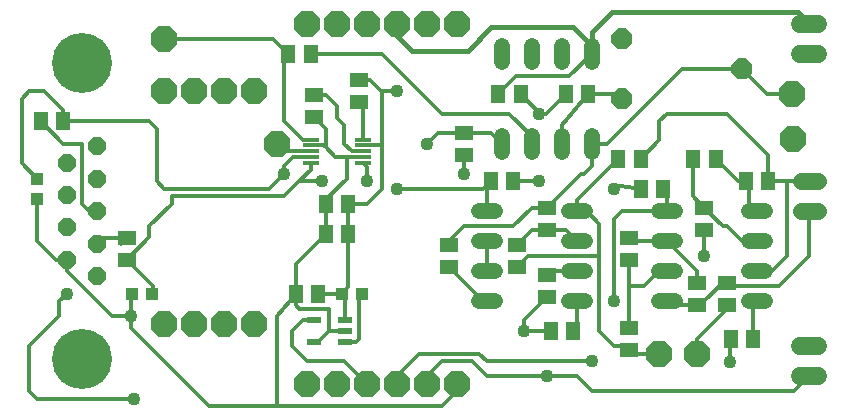
<source format=gbl>
G75*
%MOIN*%
%OFA0B0*%
%FSLAX25Y25*%
%IPPOS*%
%LPD*%
%AMOC8*
5,1,8,0,0,1.08239X$1,22.5*
%
%ADD10R,0.04724X0.02165*%
%ADD11R,0.05118X0.05906*%
%ADD12R,0.05906X0.05118*%
%ADD13R,0.05600X0.01200*%
%ADD14C,0.06000*%
%ADD15C,0.05600*%
%ADD16C,0.05200*%
%ADD17OC8,0.07000*%
%ADD18R,0.03937X0.04331*%
%ADD19OC8,0.08500*%
%ADD20OC8,0.06000*%
%ADD21C,0.20000*%
%ADD22R,0.04331X0.03937*%
%ADD23C,0.04362*%
%ADD24C,0.01200*%
%ADD25C,0.01600*%
D10*
X0149182Y0030554D03*
X0149182Y0038034D03*
X0159418Y0038034D03*
X0159418Y0034294D03*
X0159418Y0030554D03*
D11*
X0150540Y0046794D03*
X0143060Y0046794D03*
X0153060Y0066794D03*
X0160540Y0066794D03*
X0160540Y0076794D03*
X0153060Y0076794D03*
X0208060Y0084294D03*
X0215540Y0084294D03*
X0250560Y0091794D03*
X0258040Y0091794D03*
X0275560Y0091794D03*
X0283040Y0091794D03*
X0293060Y0084294D03*
X0300540Y0084294D03*
X0265540Y0081794D03*
X0258060Y0081794D03*
X0240540Y0113310D03*
X0233060Y0113310D03*
X0218040Y0113310D03*
X0210560Y0113310D03*
X0148040Y0126794D03*
X0140560Y0126794D03*
X0065540Y0104294D03*
X0058060Y0104294D03*
X0228060Y0034294D03*
X0235540Y0034294D03*
X0288060Y0031794D03*
X0295540Y0031794D03*
D12*
X0286800Y0043054D03*
X0276800Y0043054D03*
X0276800Y0050534D03*
X0286800Y0050534D03*
X0279300Y0068054D03*
X0279300Y0075534D03*
X0254300Y0065534D03*
X0254300Y0058054D03*
X0226800Y0053034D03*
X0216800Y0055554D03*
X0216800Y0063034D03*
X0226800Y0068054D03*
X0226800Y0075534D03*
X0199300Y0093054D03*
X0199300Y0100534D03*
X0164300Y0110554D03*
X0164300Y0118034D03*
X0149300Y0113034D03*
X0149300Y0105554D03*
X0086800Y0065534D03*
X0086800Y0058054D03*
X0194300Y0055554D03*
X0194300Y0063034D03*
X0226800Y0045554D03*
X0254300Y0035534D03*
X0254300Y0028054D03*
D13*
X0165600Y0090394D03*
X0165600Y0092294D03*
X0165600Y0094294D03*
X0165600Y0096294D03*
X0165600Y0098194D03*
X0148000Y0098194D03*
X0148000Y0096294D03*
X0148000Y0094294D03*
X0148000Y0092294D03*
X0148000Y0090394D03*
D14*
X0311300Y0126794D02*
X0317300Y0126794D01*
X0317300Y0136794D02*
X0311300Y0136794D01*
X0311300Y0029294D02*
X0317300Y0029294D01*
X0317300Y0019294D02*
X0311300Y0019294D01*
D15*
X0311500Y0074294D02*
X0317100Y0074294D01*
X0317100Y0084294D02*
X0311500Y0084294D01*
D16*
X0299400Y0074294D02*
X0294200Y0074294D01*
X0294200Y0064294D02*
X0299400Y0064294D01*
X0299400Y0054294D02*
X0294200Y0054294D01*
X0294200Y0044294D02*
X0299400Y0044294D01*
X0269400Y0044294D02*
X0264200Y0044294D01*
X0264200Y0054294D02*
X0269400Y0054294D01*
X0269400Y0064294D02*
X0264200Y0064294D01*
X0264200Y0074294D02*
X0269400Y0074294D01*
X0239400Y0074294D02*
X0234200Y0074294D01*
X0234200Y0064294D02*
X0239400Y0064294D01*
X0239400Y0054294D02*
X0234200Y0054294D01*
X0234200Y0044294D02*
X0239400Y0044294D01*
X0209400Y0044294D02*
X0204200Y0044294D01*
X0204200Y0054294D02*
X0209400Y0054294D01*
X0209400Y0064294D02*
X0204200Y0064294D01*
X0204200Y0074294D02*
X0209400Y0074294D01*
X0211800Y0094194D02*
X0211800Y0099394D01*
X0221800Y0099394D02*
X0221800Y0094194D01*
X0231800Y0094194D02*
X0231800Y0099394D01*
X0241800Y0099394D02*
X0241800Y0094194D01*
X0241800Y0124194D02*
X0241800Y0129394D01*
X0231800Y0129394D02*
X0231800Y0124194D01*
X0221800Y0124194D02*
X0221800Y0129394D01*
X0211800Y0129394D02*
X0211800Y0124194D01*
D17*
X0251800Y0131794D03*
X0251800Y0111794D03*
X0291800Y0121794D03*
D18*
X0165146Y0046794D03*
X0158454Y0046794D03*
X0095146Y0046794D03*
X0088454Y0046794D03*
D19*
X0099300Y0036794D03*
X0109300Y0036794D03*
X0119300Y0036794D03*
X0129300Y0036794D03*
X0146800Y0016794D03*
X0156800Y0016794D03*
X0166800Y0016794D03*
X0176800Y0016794D03*
X0186800Y0016794D03*
X0196800Y0016794D03*
X0264300Y0026794D03*
X0276800Y0026794D03*
X0308670Y0098329D03*
X0308316Y0113310D03*
X0196800Y0136794D03*
X0186800Y0136794D03*
X0176800Y0136794D03*
X0166800Y0136794D03*
X0156800Y0136794D03*
X0146800Y0136794D03*
X0129300Y0114294D03*
X0119300Y0114294D03*
X0109300Y0114294D03*
X0099300Y0114294D03*
X0099300Y0131794D03*
X0136800Y0096794D03*
D20*
X0076800Y0095894D03*
X0066800Y0090494D03*
X0076800Y0085094D03*
X0066800Y0079694D03*
X0076800Y0074294D03*
X0066800Y0068894D03*
X0076800Y0063494D03*
X0066800Y0058094D03*
X0076800Y0052694D03*
D21*
X0071800Y0024994D03*
X0071800Y0123594D03*
D22*
X0056800Y0085140D03*
X0056800Y0078447D03*
D23*
X0066800Y0046794D03*
X0088139Y0039274D03*
X0089300Y0011794D03*
X0176800Y0081794D03*
X0166800Y0084294D03*
X0151800Y0084294D03*
X0139300Y0086794D03*
X0186800Y0096794D03*
X0199300Y0086794D03*
X0224300Y0084294D03*
X0249300Y0081794D03*
X0279300Y0059294D03*
X0249300Y0044294D03*
X0219300Y0034294D03*
X0241800Y0024294D03*
X0226800Y0019294D03*
X0287942Y0023979D03*
X0224300Y0106794D03*
X0176800Y0114294D03*
D24*
X0054300Y0029294D02*
X0054300Y0014294D01*
X0056800Y0011794D01*
X0089300Y0011794D01*
X0088139Y0035455D02*
X0114300Y0009294D01*
X0136800Y0009294D01*
X0136800Y0039353D01*
X0143060Y0046794D01*
X0143060Y0056794D01*
X0153060Y0066794D01*
X0153060Y0076794D01*
X0154300Y0076794D01*
X0154300Y0079294D01*
X0159989Y0084983D01*
X0159989Y0092294D01*
X0165600Y0092294D01*
X0165600Y0090394D02*
X0166800Y0089194D01*
X0166800Y0084294D01*
X0171800Y0081794D02*
X0171800Y0096794D01*
X0171300Y0096294D01*
X0165600Y0096294D01*
X0165600Y0098194D02*
X0165600Y0109254D01*
X0164300Y0110554D01*
X0156800Y0109294D02*
X0153060Y0113034D01*
X0149300Y0113034D01*
X0156800Y0109294D02*
X0156800Y0105534D01*
X0159300Y0103034D01*
X0159300Y0096794D01*
X0161800Y0094294D01*
X0165600Y0094294D01*
X0159989Y0092294D02*
X0156300Y0092294D01*
X0153050Y0095544D01*
X0153050Y0101804D01*
X0149300Y0105554D01*
X0145400Y0098194D02*
X0139300Y0104294D01*
X0139300Y0125534D01*
X0140560Y0126794D01*
X0135560Y0131794D01*
X0099300Y0131794D01*
X0065540Y0108054D02*
X0059300Y0114294D01*
X0054300Y0114294D01*
X0051800Y0111794D01*
X0051800Y0090534D01*
X0056800Y0085140D01*
X0056800Y0078447D02*
X0056800Y0064294D01*
X0063000Y0058094D01*
X0066800Y0058094D01*
X0066800Y0054294D01*
X0081800Y0039294D01*
X0088139Y0039294D01*
X0088139Y0039274D01*
X0088139Y0046715D01*
X0088454Y0046794D01*
X0095146Y0046794D02*
X0095540Y0049313D01*
X0086800Y0058054D01*
X0094300Y0065554D01*
X0094300Y0069294D01*
X0101800Y0076794D01*
X0101800Y0079294D01*
X0139300Y0079294D01*
X0144300Y0084294D01*
X0148000Y0087994D01*
X0148000Y0090394D01*
X0148000Y0092294D02*
X0142094Y0092294D01*
X0139300Y0089499D01*
X0139300Y0086794D01*
X0134300Y0081794D01*
X0099300Y0081794D01*
X0096800Y0084294D01*
X0096800Y0101794D01*
X0094300Y0104294D01*
X0065540Y0104294D01*
X0065540Y0108054D01*
X0058060Y0104294D02*
X0065560Y0096794D01*
X0071800Y0096794D01*
X0071800Y0076794D01*
X0074300Y0074294D01*
X0076800Y0074294D01*
X0078840Y0065534D02*
X0086800Y0065534D01*
X0084760Y0063494D01*
X0078840Y0065534D02*
X0076800Y0063494D01*
X0066800Y0046794D02*
X0064300Y0044294D01*
X0064300Y0039294D01*
X0054300Y0029294D01*
X0088139Y0035455D02*
X0088139Y0039274D01*
X0141800Y0034294D02*
X0141800Y0029294D01*
X0146800Y0024294D01*
X0159300Y0024294D01*
X0166800Y0016794D01*
X0176800Y0016794D02*
X0176800Y0019294D01*
X0184300Y0026794D01*
X0204300Y0026794D01*
X0206800Y0024294D01*
X0241800Y0024294D01*
X0236800Y0019294D02*
X0231800Y0019294D01*
X0226800Y0019294D01*
X0206800Y0019294D01*
X0201800Y0024294D01*
X0191800Y0024294D01*
X0186800Y0019294D01*
X0186800Y0016794D01*
X0191800Y0009294D02*
X0196800Y0014294D01*
X0196800Y0016794D01*
X0191800Y0009294D02*
X0136800Y0009294D01*
X0149182Y0030554D02*
X0150560Y0030554D01*
X0154300Y0034294D01*
X0154300Y0041794D01*
X0144300Y0041794D01*
X0143060Y0043034D01*
X0143060Y0046794D01*
X0150540Y0046794D02*
X0158454Y0046794D01*
X0160540Y0048880D01*
X0160540Y0066794D01*
X0160540Y0076794D01*
X0166800Y0076794D01*
X0171800Y0081794D01*
X0176800Y0081794D02*
X0205560Y0081794D01*
X0208060Y0084294D01*
X0206800Y0083034D01*
X0206800Y0074294D01*
X0199300Y0069294D02*
X0194300Y0064294D01*
X0194300Y0063034D01*
X0199300Y0069294D02*
X0215560Y0069294D01*
X0221800Y0075534D01*
X0226800Y0075534D01*
X0238060Y0086794D01*
X0239300Y0086794D01*
X0241800Y0089294D01*
X0241800Y0096794D01*
X0241800Y0095534D01*
X0241800Y0096794D02*
X0246800Y0096794D01*
X0271800Y0121794D01*
X0291800Y0121794D01*
X0300284Y0113310D01*
X0308316Y0113310D01*
X0300540Y0093054D02*
X0286800Y0106794D01*
X0266800Y0106794D01*
X0264300Y0104294D01*
X0264300Y0098054D01*
X0258040Y0091794D01*
X0250560Y0091794D02*
X0236800Y0078034D01*
X0236800Y0074294D01*
X0240127Y0074294D01*
X0244300Y0070121D01*
X0244300Y0059294D01*
X0244300Y0034294D01*
X0249300Y0029294D01*
X0253060Y0029294D01*
X0254300Y0028054D01*
X0255560Y0026794D01*
X0264300Y0026794D01*
X0276800Y0026794D02*
X0276800Y0031794D01*
X0286800Y0041794D01*
X0286800Y0043054D01*
X0285540Y0050534D02*
X0279300Y0044294D01*
X0278040Y0044294D01*
X0276800Y0043054D01*
X0268040Y0043054D01*
X0266800Y0044294D01*
X0259300Y0049294D02*
X0264300Y0054294D01*
X0266800Y0054294D01*
X0259300Y0049294D02*
X0254300Y0049294D01*
X0254300Y0058054D01*
X0255540Y0064294D02*
X0266800Y0064294D01*
X0276800Y0054294D01*
X0276800Y0050534D01*
X0285540Y0050534D02*
X0286800Y0050534D01*
X0288040Y0049294D01*
X0304300Y0049294D01*
X0314300Y0059294D01*
X0314300Y0074294D01*
X0314300Y0084294D02*
X0306800Y0084294D01*
X0300540Y0084294D01*
X0300540Y0093054D01*
X0306800Y0084294D02*
X0306800Y0059294D01*
X0301800Y0054294D01*
X0296800Y0054294D01*
X0296800Y0064294D02*
X0291800Y0064294D01*
X0286800Y0069294D01*
X0285540Y0069294D01*
X0279300Y0075534D01*
X0275560Y0079274D01*
X0275560Y0091794D01*
X0283040Y0091794D02*
X0290540Y0084294D01*
X0293060Y0084294D01*
X0294300Y0083054D01*
X0294300Y0074294D01*
X0296800Y0074294D01*
X0279300Y0068054D02*
X0279300Y0059294D01*
X0255540Y0064294D02*
X0254300Y0065534D01*
X0249300Y0071794D02*
X0251800Y0074294D01*
X0259300Y0074294D01*
X0261800Y0074294D01*
X0266800Y0074294D01*
X0266800Y0080534D01*
X0265540Y0081794D01*
X0258060Y0081794D02*
X0249300Y0083034D01*
X0249300Y0081794D01*
X0249300Y0071794D02*
X0249300Y0044294D01*
X0254300Y0049294D02*
X0254300Y0035534D01*
X0236800Y0035554D02*
X0236800Y0044294D01*
X0226800Y0045554D02*
X0219300Y0038054D01*
X0219300Y0034294D01*
X0228060Y0034294D01*
X0226800Y0035554D01*
X0235540Y0034294D02*
X0236800Y0035554D01*
X0236800Y0019294D02*
X0241800Y0014294D01*
X0309300Y0014294D01*
X0314300Y0019294D01*
X0295540Y0031794D02*
X0295540Y0043034D01*
X0296800Y0044294D01*
X0288060Y0031794D02*
X0287942Y0031676D01*
X0287942Y0023979D01*
X0236800Y0054294D02*
X0228060Y0054294D01*
X0226800Y0053034D01*
X0220540Y0059294D02*
X0216800Y0055554D01*
X0220540Y0059294D02*
X0244300Y0059294D01*
X0236800Y0064294D02*
X0233040Y0068054D01*
X0226800Y0068054D01*
X0221820Y0068054D01*
X0216800Y0063034D01*
X0206800Y0064294D02*
X0206800Y0054294D01*
X0205560Y0044294D02*
X0194300Y0055554D01*
X0205560Y0044294D02*
X0206800Y0044294D01*
X0165146Y0046794D02*
X0164300Y0045947D01*
X0164300Y0031794D01*
X0163060Y0030554D01*
X0159418Y0030554D01*
X0159418Y0034294D02*
X0154300Y0034294D01*
X0159418Y0038034D02*
X0159418Y0045829D01*
X0158454Y0046794D01*
X0149182Y0038034D02*
X0145540Y0038034D01*
X0141800Y0034294D01*
X0208060Y0083054D02*
X0208060Y0084294D01*
X0215540Y0084294D02*
X0224300Y0084294D01*
X0221800Y0096794D02*
X0221800Y0099294D01*
X0214300Y0106794D01*
X0191800Y0106794D01*
X0171800Y0126794D01*
X0148040Y0126794D01*
X0164300Y0118034D02*
X0164320Y0118014D01*
X0167863Y0118014D01*
X0171800Y0114077D01*
X0172017Y0114294D01*
X0176800Y0114294D01*
X0171800Y0114077D02*
X0171800Y0096794D01*
X0186800Y0096794D02*
X0190540Y0100534D01*
X0199300Y0100534D01*
X0208060Y0100534D01*
X0211800Y0096794D01*
X0199300Y0093054D02*
X0199300Y0086794D01*
X0231800Y0096794D02*
X0231800Y0103054D01*
X0240540Y0113310D01*
X0250284Y0113310D01*
X0251800Y0111794D01*
X0241800Y0126794D02*
X0234300Y0119294D01*
X0216544Y0119294D01*
X0210560Y0113310D01*
X0218040Y0113310D02*
X0224300Y0107050D01*
X0224300Y0106794D01*
X0226544Y0106794D01*
X0233060Y0113310D01*
X0153050Y0095544D02*
X0152300Y0096294D01*
X0148000Y0096294D01*
X0148000Y0098194D02*
X0145400Y0098194D01*
X0148000Y0094294D02*
X0139300Y0094294D01*
X0136800Y0096794D01*
X0144300Y0084294D02*
X0151800Y0084294D01*
D25*
X0181643Y0127857D02*
X0176800Y0132699D01*
X0176800Y0136794D01*
X0181643Y0127857D02*
X0200343Y0127857D01*
X0208217Y0135731D01*
X0235363Y0135731D01*
X0241800Y0129294D01*
X0241800Y0126794D01*
X0241800Y0133880D01*
X0248572Y0140652D01*
X0310442Y0140652D01*
X0314300Y0136794D01*
M02*

</source>
